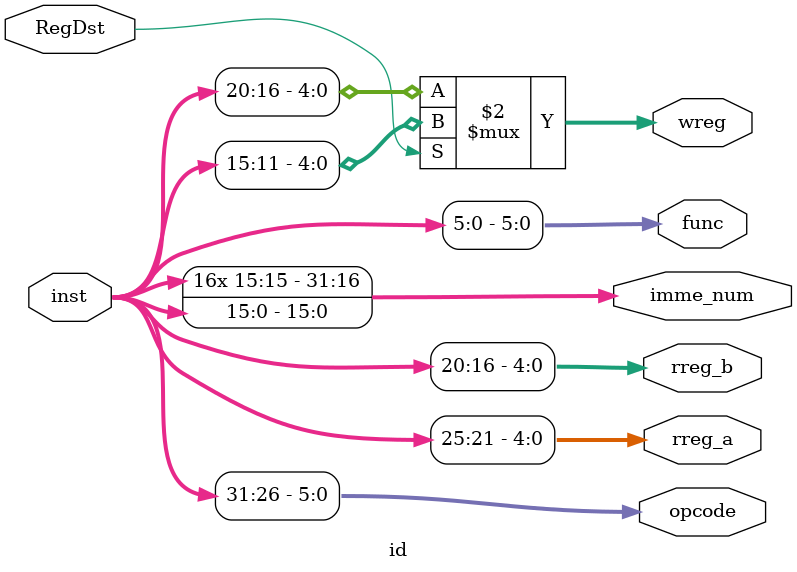
<source format=v>
module id(
    input [31:0] inst,
    input RegDst,                 //来自控制信号的regdis
    output [5:0] opcode,
    output [4:0] rreg_a,         //读寄存器1
    output [4:0] rreg_b,         //读寄存器2
    output [4:0] wreg,           //写寄存器
    output [31:0] imme_num,       //立即数
    output [5:0] func           //指令func段 
    
);

assign opcode = inst[31:26];
assign rreg_a = inst[25:21];
assign rreg_b = inst[20:16];

assign func = inst[5:0];
assign wreg = (RegDst == 1'b0)?inst[20:16]:inst[15:11];
assign imme_num = {{16{inst[15]}},inst[15:0]};       //符号扩展到32位

endmodule
</source>
